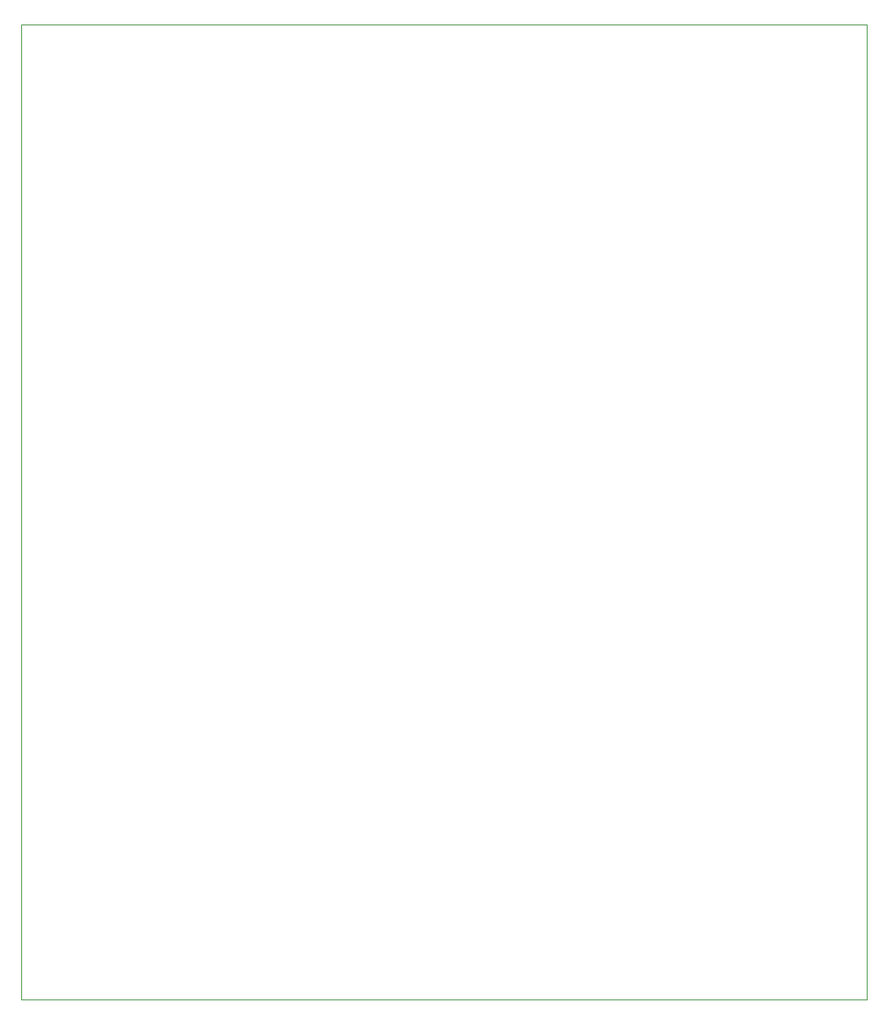
<source format=gm1>
%TF.GenerationSoftware,KiCad,Pcbnew,(5.1.9)-1*%
%TF.CreationDate,2022-08-01T09:46:19-03:00*%
%TF.ProjectId,PonteH,506f6e74-6548-42e6-9b69-6361645f7063,rev?*%
%TF.SameCoordinates,Original*%
%TF.FileFunction,Profile,NP*%
%FSLAX46Y46*%
G04 Gerber Fmt 4.6, Leading zero omitted, Abs format (unit mm)*
G04 Created by KiCad (PCBNEW (5.1.9)-1) date 2022-08-01 09:46:19*
%MOMM*%
%LPD*%
G01*
G04 APERTURE LIST*
%TA.AperFunction,Profile*%
%ADD10C,0.050000*%
%TD*%
G04 APERTURE END LIST*
D10*
X146685000Y-142240000D02*
X146685000Y-141605000D01*
X59055000Y-142240000D02*
X146685000Y-142240000D01*
X59055000Y-41275000D02*
X59055000Y-142240000D01*
X146685000Y-41275000D02*
X59055000Y-41275000D01*
X146685000Y-141605000D02*
X146685000Y-41275000D01*
M02*

</source>
